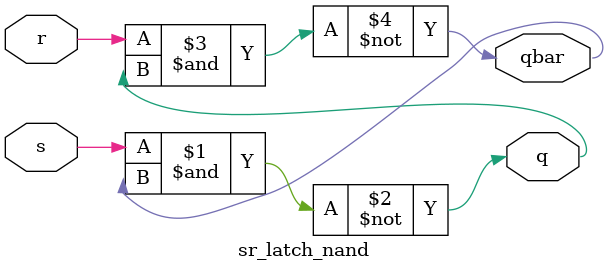
<source format=v>
`timescale 1ns / 1ps


module sr_latch_nand(s,r,q,qbar);
    input s,r;
    output q,qbar;
    
    nand g1(q,s,qbar);
    nand g2(qbar,r,q);
endmodule

</source>
